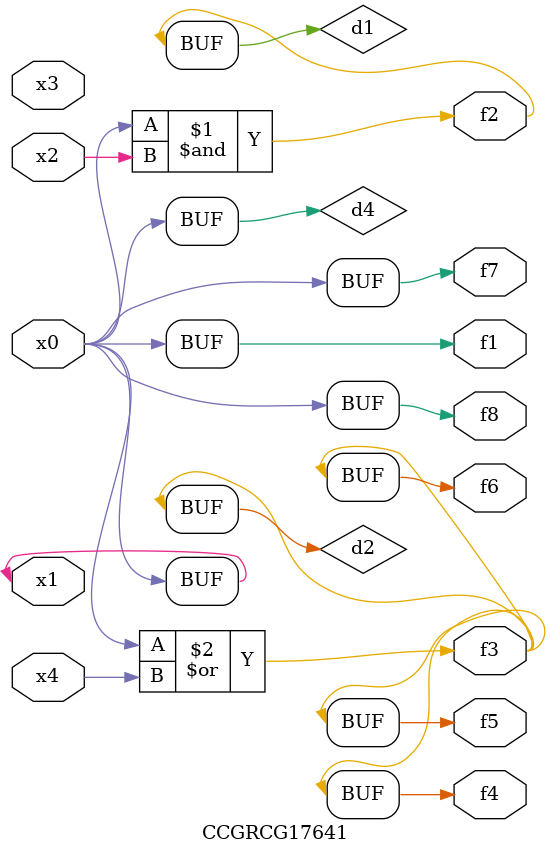
<source format=v>
module CCGRCG17641(
	input x0, x1, x2, x3, x4,
	output f1, f2, f3, f4, f5, f6, f7, f8
);

	wire d1, d2, d3, d4;

	and (d1, x0, x2);
	or (d2, x0, x4);
	nand (d3, x0, x2);
	buf (d4, x0, x1);
	assign f1 = d4;
	assign f2 = d1;
	assign f3 = d2;
	assign f4 = d2;
	assign f5 = d2;
	assign f6 = d2;
	assign f7 = d4;
	assign f8 = d4;
endmodule

</source>
